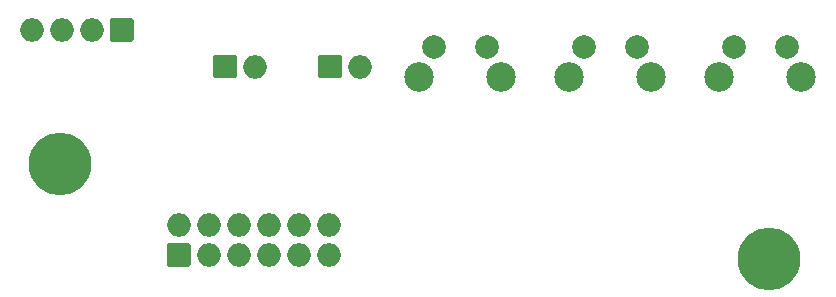
<source format=gbr>
%TF.GenerationSoftware,KiCad,Pcbnew,(5.1.12)-1*%
%TF.CreationDate,2022-03-08T20:47:42+00:00*%
%TF.ProjectId,RGBtoHDMI CDTV v2 - Daughter Board,52474274-6f48-4444-9d49-204344545620,1*%
%TF.SameCoordinates,Original*%
%TF.FileFunction,Soldermask,Top*%
%TF.FilePolarity,Negative*%
%FSLAX46Y46*%
G04 Gerber Fmt 4.6, Leading zero omitted, Abs format (unit mm)*
G04 Created by KiCad (PCBNEW (5.1.12)-1) date 2022-03-08 20:47:42*
%MOMM*%
%LPD*%
G01*
G04 APERTURE LIST*
%ADD10O,2.000000X2.000000*%
%ADD11C,2.000000*%
%ADD12C,2.500000*%
%ADD13C,1.100000*%
%ADD14C,5.300000*%
G04 APERTURE END LIST*
D10*
%TO.C,CN11*%
X102733000Y-80160000D03*
X102733000Y-82700000D03*
X100193000Y-80160000D03*
X100193000Y-82700000D03*
X97653000Y-80160000D03*
X97653000Y-82700000D03*
X95113000Y-80160000D03*
X95113000Y-82700000D03*
X92573000Y-80160000D03*
X92573000Y-82700000D03*
X90033000Y-80160000D03*
G36*
G01*
X90883000Y-83700000D02*
X89183000Y-83700000D01*
G75*
G02*
X89033000Y-83550000I0J150000D01*
G01*
X89033000Y-81850000D01*
G75*
G02*
X89183000Y-81700000I150000J0D01*
G01*
X90883000Y-81700000D01*
G75*
G02*
X91033000Y-81850000I0J-150000D01*
G01*
X91033000Y-83550000D01*
G75*
G02*
X90883000Y-83700000I-150000J0D01*
G01*
G37*
%TD*%
%TO.C,D2*%
X96510000Y-66745000D03*
G36*
G01*
X93120000Y-65745000D02*
X94820000Y-65745000D01*
G75*
G02*
X94970000Y-65895000I0J-150000D01*
G01*
X94970000Y-67595000D01*
G75*
G02*
X94820000Y-67745000I-150000J0D01*
G01*
X93120000Y-67745000D01*
G75*
G02*
X92970000Y-67595000I0J150000D01*
G01*
X92970000Y-65895000D01*
G75*
G02*
X93120000Y-65745000I150000J0D01*
G01*
G37*
%TD*%
%TO.C,D1*%
X105400000Y-66745000D03*
G36*
G01*
X102010000Y-65745000D02*
X103710000Y-65745000D01*
G75*
G02*
X103860000Y-65895000I0J-150000D01*
G01*
X103860000Y-67595000D01*
G75*
G02*
X103710000Y-67745000I-150000J0D01*
G01*
X102010000Y-67745000D01*
G75*
G02*
X101860000Y-67595000I0J150000D01*
G01*
X101860000Y-65895000D01*
G75*
G02*
X102010000Y-65745000I150000J0D01*
G01*
G37*
%TD*%
%TO.C,SER1*%
X77587000Y-63650000D03*
X80127000Y-63650000D03*
X82667000Y-63650000D03*
G36*
G01*
X86057000Y-64650000D02*
X84357000Y-64650000D01*
G75*
G02*
X84207000Y-64500000I0J150000D01*
G01*
X84207000Y-62800000D01*
G75*
G02*
X84357000Y-62650000I150000J0D01*
G01*
X86057000Y-62650000D01*
G75*
G02*
X86207000Y-62800000I0J-150000D01*
G01*
X86207000Y-64500000D01*
G75*
G02*
X86057000Y-64650000I-150000J0D01*
G01*
G37*
%TD*%
D11*
%TO.C,BT1*%
X141510000Y-65094000D03*
X137010000Y-65094000D03*
D12*
X142760000Y-67594000D03*
X135760000Y-67594000D03*
%TD*%
D11*
%TO.C,BT2*%
X128810000Y-65094000D03*
X124310000Y-65094000D03*
D12*
X130060000Y-67594000D03*
X123060000Y-67594000D03*
%TD*%
D11*
%TO.C,BT3*%
X116110000Y-65094000D03*
X111610000Y-65094000D03*
D12*
X117360000Y-67594000D03*
X110360000Y-67594000D03*
%TD*%
D13*
%TO.C,H2*%
X141325825Y-81674175D03*
X140000000Y-81125000D03*
X138674175Y-81674175D03*
X138125000Y-83000000D03*
X138674175Y-84325825D03*
X140000000Y-84875000D03*
X141325825Y-84325825D03*
X141875000Y-83000000D03*
D14*
X140000000Y-83000000D03*
%TD*%
D13*
%TO.C,H1*%
X81325825Y-73674175D03*
X80000000Y-73125000D03*
X78674175Y-73674175D03*
X78125000Y-75000000D03*
X78674175Y-76325825D03*
X80000000Y-76875000D03*
X81325825Y-76325825D03*
X81875000Y-75000000D03*
D14*
X80000000Y-75000000D03*
%TD*%
M02*

</source>
